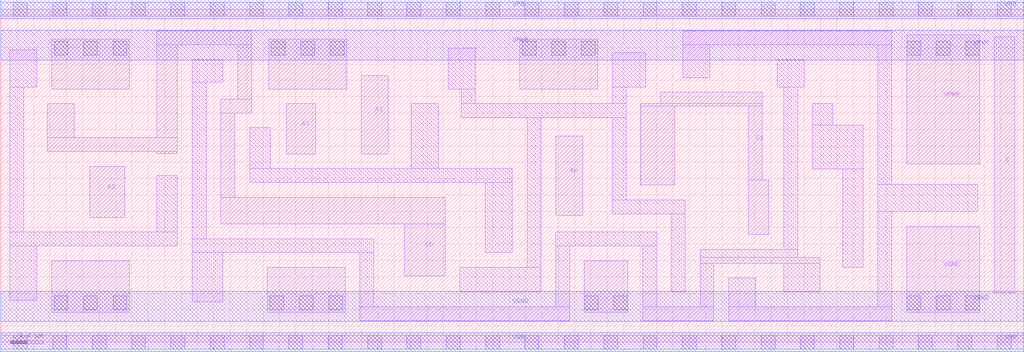
<source format=lef>
# Copyright 2020 The SkyWater PDK Authors
#
# Licensed under the Apache License, Version 2.0 (the "License");
# you may not use this file except in compliance with the License.
# You may obtain a copy of the License at
#
#     https://www.apache.org/licenses/LICENSE-2.0
#
# Unless required by applicable law or agreed to in writing, software
# distributed under the License is distributed on an "AS IS" BASIS,
# WITHOUT WARRANTIES OR CONDITIONS OF ANY KIND, either express or implied.
# See the License for the specific language governing permissions and
# limitations under the License.
#
# SPDX-License-Identifier: Apache-2.0

VERSION 5.7 ;
  NAMESCASESENSITIVE ON ;
  NOWIREEXTENSIONATPIN ON ;
  DIVIDERCHAR "/" ;
  BUSBITCHARS "[]" ;
UNITS
  DATABASE MICRONS 200 ;
END UNITS
MACRO sky130_fd_sc_hvl__mux4_1
  CLASS CORE ;
  SOURCE USER ;
  FOREIGN sky130_fd_sc_hvl__mux4_1 ;
  ORIGIN  0.000000  0.000000 ;
  SIZE  12.48000 BY  4.070000 ;
  SYMMETRY X Y ;
  SITE unithv ;
  PIN A0
    ANTENNAGATEAREA  0.420000 ;
    DIRECTION INPUT ;
    USE SIGNAL ;
    PORT
      LAYER li1 ;
        RECT 6.770000 1.550000 7.100000 2.520000 ;
    END
  END A0
  PIN A1
    ANTENNAGATEAREA  0.420000 ;
    DIRECTION INPUT ;
    USE SIGNAL ;
    PORT
      LAYER li1 ;
        RECT 4.400000 2.300000 4.730000 3.260000 ;
    END
  END A1
  PIN A2
    ANTENNAGATEAREA  0.420000 ;
    DIRECTION INPUT ;
    USE SIGNAL ;
    PORT
      LAYER li1 ;
        RECT 1.085000 1.525000 1.515000 2.150000 ;
    END
  END A2
  PIN A3
    ANTENNAGATEAREA  0.420000 ;
    DIRECTION INPUT ;
    USE SIGNAL ;
    PORT
      LAYER li1 ;
        RECT 3.485000 2.300000 3.845000 2.915000 ;
    END
  END A3
  PIN S0
    ANTENNAGATEAREA  1.260000 ;
    DIRECTION INPUT ;
    USE SIGNAL ;
    PORT
      LAYER li1 ;
        RECT 0.565000 2.330000 2.155000 2.500000 ;
        RECT 0.565000 2.500000 0.895000 2.915000 ;
        RECT 1.905000 2.305000 2.155000 2.330000 ;
        RECT 1.905000 2.500000 2.155000 3.635000 ;
        RECT 1.905000 3.635000 3.060000 3.805000 ;
        RECT 2.685000 1.445000 5.420000 1.770000 ;
        RECT 2.685000 1.770000 2.855000 2.800000 ;
        RECT 2.685000 2.800000 3.060000 2.970000 ;
        RECT 2.890000 2.970000 3.060000 3.635000 ;
        RECT 4.925000 0.810000 5.420000 1.445000 ;
    END
  END S0
  PIN S1
    ANTENNAGATEAREA  0.840000 ;
    DIRECTION INPUT ;
    USE SIGNAL ;
    PORT
      LAYER li1 ;
        RECT 7.810000 1.920000 8.220000 2.885000 ;
        RECT 7.810000 2.885000 9.290000 2.915000 ;
        RECT 8.050000 2.915000 9.290000 3.055000 ;
        RECT 9.120000 1.315000 9.370000 1.985000 ;
        RECT 9.120000 1.985000 9.290000 2.885000 ;
    END
  END S1
  PIN X
    ANTENNADIFFAREA  0.596250 ;
    DIRECTION OUTPUT ;
    USE SIGNAL ;
    PORT
      LAYER li1 ;
        RECT 12.120000 0.605000 12.370000 3.735000 ;
    END
  END X
  PIN VGND
    DIRECTION INOUT ;
    USE GROUND ;
    PORT
      LAYER li1 ;
        RECT  0.620000 0.365000  1.570000 0.995000 ;
        RECT  3.250000 0.365000  4.200000 0.915000 ;
        RECT  7.120000 0.365000  7.650000 0.995000 ;
        RECT 11.050000 0.365000 11.940000 1.415000 ;
      LAYER mcon ;
        RECT  0.650000 0.395000  0.820000 0.565000 ;
        RECT  1.010000 0.395000  1.180000 0.565000 ;
        RECT  1.370000 0.395000  1.540000 0.565000 ;
        RECT  3.280000 0.395000  3.450000 0.565000 ;
        RECT  3.640000 0.395000  3.810000 0.565000 ;
        RECT  4.000000 0.395000  4.170000 0.565000 ;
        RECT  7.120000 0.395000  7.290000 0.565000 ;
        RECT  7.480000 0.395000  7.650000 0.565000 ;
        RECT 11.050000 0.395000 11.220000 0.565000 ;
        RECT 11.410000 0.395000 11.580000 0.565000 ;
        RECT 11.770000 0.395000 11.940000 0.565000 ;
      LAYER met1 ;
        RECT 0.000000 0.255000 12.480000 0.625000 ;
    END
  END VGND
  PIN VNB
    DIRECTION INOUT ;
    USE GROUND ;
    PORT
      LAYER li1 ;
        RECT 0.000000 -0.085000 12.480000 0.085000 ;
      LAYER mcon ;
        RECT  0.155000 -0.085000  0.325000 0.085000 ;
        RECT  0.635000 -0.085000  0.805000 0.085000 ;
        RECT  1.115000 -0.085000  1.285000 0.085000 ;
        RECT  1.595000 -0.085000  1.765000 0.085000 ;
        RECT  2.075000 -0.085000  2.245000 0.085000 ;
        RECT  2.555000 -0.085000  2.725000 0.085000 ;
        RECT  3.035000 -0.085000  3.205000 0.085000 ;
        RECT  3.515000 -0.085000  3.685000 0.085000 ;
        RECT  3.995000 -0.085000  4.165000 0.085000 ;
        RECT  4.475000 -0.085000  4.645000 0.085000 ;
        RECT  4.955000 -0.085000  5.125000 0.085000 ;
        RECT  5.435000 -0.085000  5.605000 0.085000 ;
        RECT  5.915000 -0.085000  6.085000 0.085000 ;
        RECT  6.395000 -0.085000  6.565000 0.085000 ;
        RECT  6.875000 -0.085000  7.045000 0.085000 ;
        RECT  7.355000 -0.085000  7.525000 0.085000 ;
        RECT  7.835000 -0.085000  8.005000 0.085000 ;
        RECT  8.315000 -0.085000  8.485000 0.085000 ;
        RECT  8.795000 -0.085000  8.965000 0.085000 ;
        RECT  9.275000 -0.085000  9.445000 0.085000 ;
        RECT  9.755000 -0.085000  9.925000 0.085000 ;
        RECT 10.235000 -0.085000 10.405000 0.085000 ;
        RECT 10.715000 -0.085000 10.885000 0.085000 ;
        RECT 11.195000 -0.085000 11.365000 0.085000 ;
        RECT 11.675000 -0.085000 11.845000 0.085000 ;
        RECT 12.155000 -0.085000 12.325000 0.085000 ;
      LAYER met1 ;
        RECT 0.000000 -0.115000 12.480000 0.115000 ;
    END
  END VNB
  PIN VPB
    DIRECTION INOUT ;
    USE POWER ;
    PORT
      LAYER li1 ;
        RECT 0.000000 3.985000 12.480000 4.155000 ;
      LAYER mcon ;
        RECT  0.155000 3.985000  0.325000 4.155000 ;
        RECT  0.635000 3.985000  0.805000 4.155000 ;
        RECT  1.115000 3.985000  1.285000 4.155000 ;
        RECT  1.595000 3.985000  1.765000 4.155000 ;
        RECT  2.075000 3.985000  2.245000 4.155000 ;
        RECT  2.555000 3.985000  2.725000 4.155000 ;
        RECT  3.035000 3.985000  3.205000 4.155000 ;
        RECT  3.515000 3.985000  3.685000 4.155000 ;
        RECT  3.995000 3.985000  4.165000 4.155000 ;
        RECT  4.475000 3.985000  4.645000 4.155000 ;
        RECT  4.955000 3.985000  5.125000 4.155000 ;
        RECT  5.435000 3.985000  5.605000 4.155000 ;
        RECT  5.915000 3.985000  6.085000 4.155000 ;
        RECT  6.395000 3.985000  6.565000 4.155000 ;
        RECT  6.875000 3.985000  7.045000 4.155000 ;
        RECT  7.355000 3.985000  7.525000 4.155000 ;
        RECT  7.835000 3.985000  8.005000 4.155000 ;
        RECT  8.315000 3.985000  8.485000 4.155000 ;
        RECT  8.795000 3.985000  8.965000 4.155000 ;
        RECT  9.275000 3.985000  9.445000 4.155000 ;
        RECT  9.755000 3.985000  9.925000 4.155000 ;
        RECT 10.235000 3.985000 10.405000 4.155000 ;
        RECT 10.715000 3.985000 10.885000 4.155000 ;
        RECT 11.195000 3.985000 11.365000 4.155000 ;
        RECT 11.675000 3.985000 11.845000 4.155000 ;
        RECT 12.155000 3.985000 12.325000 4.155000 ;
      LAYER met1 ;
        RECT 0.000000 3.955000 12.480000 4.185000 ;
    END
  END VPB
  PIN VPWR
    DIRECTION INOUT ;
    USE POWER ;
    PORT
      LAYER li1 ;
        RECT  0.620000 3.095000  1.570000 3.705000 ;
        RECT  3.270000 3.095000  4.220000 3.705000 ;
        RECT  6.330000 3.095000  7.280000 3.705000 ;
        RECT 11.050000 2.175000 11.940000 3.755000 ;
      LAYER mcon ;
        RECT  0.650000 3.505000  0.820000 3.675000 ;
        RECT  1.010000 3.505000  1.180000 3.675000 ;
        RECT  1.370000 3.505000  1.540000 3.675000 ;
        RECT  3.300000 3.505000  3.470000 3.675000 ;
        RECT  3.660000 3.505000  3.830000 3.675000 ;
        RECT  4.020000 3.505000  4.190000 3.675000 ;
        RECT  6.360000 3.505000  6.530000 3.675000 ;
        RECT  6.720000 3.505000  6.890000 3.675000 ;
        RECT  7.080000 3.505000  7.250000 3.675000 ;
        RECT 11.050000 3.505000 11.220000 3.675000 ;
        RECT 11.410000 3.505000 11.580000 3.675000 ;
        RECT 11.770000 3.505000 11.940000 3.675000 ;
      LAYER met1 ;
        RECT 0.000000 3.445000 12.480000 3.815000 ;
    END
  END VPWR
  OBS
    LAYER li1 ;
      RECT  0.110000 0.515000  0.440000 1.175000 ;
      RECT  0.110000 1.175000  2.155000 1.345000 ;
      RECT  0.110000 1.345000  0.280000 3.115000 ;
      RECT  0.110000 3.115000  0.440000 3.575000 ;
      RECT  1.905000 1.345000  2.155000 2.035000 ;
      RECT  2.335000 0.495000  2.710000 1.095000 ;
      RECT  2.335000 1.095000  4.550000 1.265000 ;
      RECT  2.335000 1.265000  2.505000 3.175000 ;
      RECT  2.335000 3.175000  2.710000 3.455000 ;
      RECT  3.035000 1.950000  6.240000 2.120000 ;
      RECT  3.035000 2.120000  3.285000 2.620000 ;
      RECT  4.380000 0.265000  6.940000 0.435000 ;
      RECT  4.380000 0.435000  4.550000 1.095000 ;
      RECT  5.005000 2.120000  5.335000 2.915000 ;
      RECT  5.460000 3.095000  5.790000 3.595000 ;
      RECT  5.600000 0.615000  6.590000 0.915000 ;
      RECT  5.620000 2.745000  7.630000 2.915000 ;
      RECT  5.620000 2.915000  5.790000 3.095000 ;
      RECT  5.910000 1.095000  6.240000 1.950000 ;
      RECT  6.420000 0.915000  6.590000 2.745000 ;
      RECT  6.770000 0.435000  6.940000 1.175000 ;
      RECT  6.770000 1.175000  8.000000 1.345000 ;
      RECT  7.460000 1.570000  8.350000 1.740000 ;
      RECT  7.460000 1.740000  7.630000 2.745000 ;
      RECT  7.460000 2.915000  7.630000 3.115000 ;
      RECT  7.460000 3.115000  7.870000 3.535000 ;
      RECT  7.830000 0.265000  8.700000 0.435000 ;
      RECT  7.830000 0.435000  8.000000 1.175000 ;
      RECT  8.180000 0.615000  8.350000 1.570000 ;
      RECT  8.320000 3.235000  8.650000 3.635000 ;
      RECT  8.320000 3.635000 10.870000 3.805000 ;
      RECT  8.530000 0.435000  8.700000 0.965000 ;
      RECT  8.530000 0.965000  9.990000 1.035000 ;
      RECT  8.530000 1.035000  9.720000 1.135000 ;
      RECT  8.880000 0.265000 10.870000 0.435000 ;
      RECT  8.880000 0.435000  9.210000 0.785000 ;
      RECT  9.470000 3.115000  9.800000 3.455000 ;
      RECT  9.550000 0.615000  9.990000 0.965000 ;
      RECT  9.550000 1.135000  9.720000 3.115000 ;
      RECT  9.900000 2.115000 10.520000 2.655000 ;
      RECT  9.900000 2.655000 10.150000 2.915000 ;
      RECT 10.270000 0.915000 10.520000 2.115000 ;
      RECT 10.700000 0.435000 10.870000 1.595000 ;
      RECT 10.700000 1.595000 11.915000 1.925000 ;
      RECT 10.700000 1.925000 10.870000 3.635000 ;
  END
END sky130_fd_sc_hvl__mux4_1

</source>
